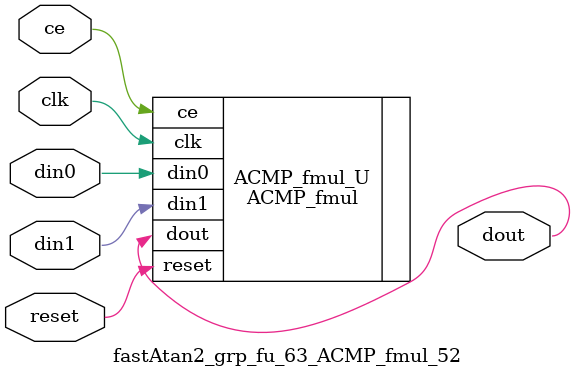
<source format=v>

`timescale 1 ns / 1 ps
module fastAtan2_grp_fu_63_ACMP_fmul_52(
    clk,
    reset,
    ce,
    din0,
    din1,
    dout);

parameter ID = 32'd1;
parameter NUM_STAGE = 32'd1;
parameter din0_WIDTH = 32'd1;
parameter din1_WIDTH = 32'd1;
parameter dout_WIDTH = 32'd1;
input clk;
input reset;
input ce;
input[din0_WIDTH - 1:0] din0;
input[din1_WIDTH - 1:0] din1;
output[dout_WIDTH - 1:0] dout;



ACMP_fmul #(
.ID( ID ),
.NUM_STAGE( 4 ),
.din0_WIDTH( din0_WIDTH ),
.din1_WIDTH( din1_WIDTH ),
.dout_WIDTH( dout_WIDTH ))
ACMP_fmul_U(
    .clk( clk ),
    .reset( reset ),
    .ce( ce ),
    .din0( din0 ),
    .din1( din1 ),
    .dout( dout ));

endmodule

</source>
